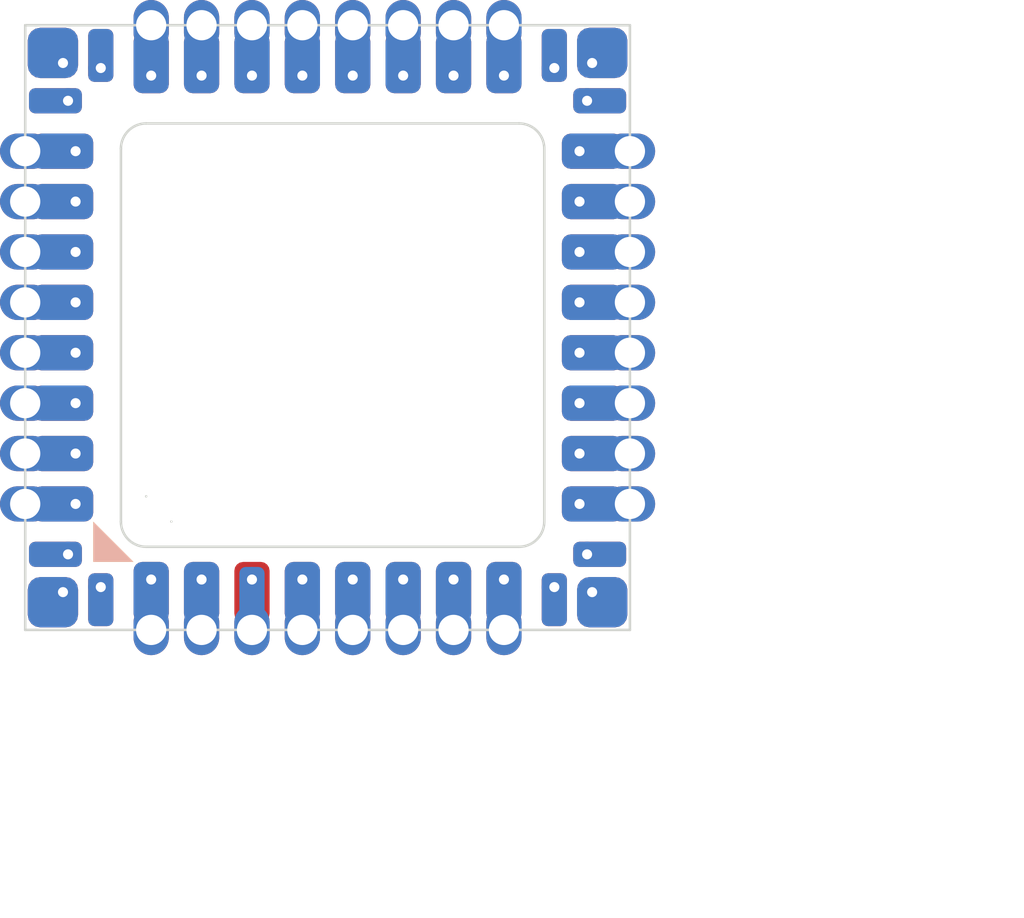
<source format=kicad_pcb>
(kicad_pcb (version 20211014) (generator pcbnew)
  (layers (0 "F.Cu" signal "L1 [TOP]") (31 "B.Cu" signal "L2 [BOT]") (34 "B.Paste" user "Bottom Paste") (35 "F.Paste" user "Top Paste") (36 "B.SilkS" user "Silkscreen [BOT]") (37 "F.SilkS" user "Silkscreen [TOP]") (38 "B.Mask" user "Soldermask [BOT]") (39 "F.Mask" user "Soldermask [TOP]") (44 "Edge.Cuts" user))
  (net 0 "")
  (footprint "" (layer "F.Cu") (at 142.501097 105.503598)
    (fp_text reference "" (at 0 0) (layer "F.SilkS") (effects (font (size 1.27 1.27))))
    (fp_text value "" (at 0 0) (layer "F.SilkS") (effects (font (size 1.27 1.27))))
    (pad "H" thru_hole oval (at 0 0 90) (size 0.7 1) (drill 0.6) (layers *.Cu *.Mask))
  )
  (footprint "" (layer "F.Cu") (at 150.001097 111.0036)
    (fp_text reference "" (at 0 0) (layer "F.SilkS") (effects (font (size 1.27 1.27))))
    (fp_text value "" (at 0 0) (layer "F.SilkS") (effects (font (size 1.27 1.27))))
    (pad "H" thru_hole oval (at 0 0 180) (size 0.7 1) (drill 0.6) (layers *.Cu *.Mask))
  )
  (footprint "" (layer "F.Cu") (at 154.501099 108.503597)
    (fp_text reference "" (at 0 0) (layer "F.SilkS") (effects (font (size 1.27 1.27))))
    (fp_text value "" (at 0 0) (layer "F.SilkS") (effects (font (size 1.27 1.27))))
    (pad "H" thru_hole oval (at 0 0 270) (size 0.7 1) (drill 0.6) (layers *.Cu *.Mask))
  )
  (footprint "" (layer "F.Cu") (at 154.501099 105.503595)
    (fp_text reference "" (at 0 0) (layer "F.SilkS") (effects (font (size 1.27 1.27))))
    (fp_text value "" (at 0 0) (layer "F.SilkS") (effects (font (size 1.27 1.27))))
    (pad "H" thru_hole oval (at 0 0 270) (size 0.7 1) (drill 0.6) (layers *.Cu *.Mask))
  )
  (footprint "" (layer "F.Cu") (at 142.501097 106.503598)
    (fp_text reference "" (at 0 0) (layer "F.SilkS") (effects (font (size 1.27 1.27))))
    (fp_text value "" (at 0 0) (layer "F.SilkS") (effects (font (size 1.27 1.27))))
    (pad "H" thru_hole oval (at 0 0 90) (size 0.7 1) (drill 0.6) (layers *.Cu *.Mask))
  )
  (footprint "" (layer "F.Cu") (at 142.501097 101.503595)
    (fp_text reference "" (at 0 0) (layer "F.SilkS") (effects (font (size 1.27 1.27))))
    (fp_text value "" (at 0 0) (layer "F.SilkS") (effects (font (size 1.27 1.27))))
    (pad "H" thru_hole oval (at 0 0 90) (size 0.7 1) (drill 0.6) (layers *.Cu *.Mask))
  )
  (footprint "E:_Biblioteki_MirFol_nowe_Pineberry_Lib.PcbLib_PCB_LGA40_120X120_P100" (layer "F.Cu") (at 148.476097 105.028595)
    (fp_text reference "MOD1" hide)
    (fp_text value "Comment" hide)
    (pad "1" smd roundrect locked (at -5.425 5.425005 180) (size 1 1) (layers "F.Cu" "F.Paste" "F.Mask"))
    (pad "2" smd roundrect locked (at -4.475 5.375005 180) (size 0.5 1.05) (layers "F.Cu" "F.Paste" "F.Mask"))
    (pad "3" smd roundrect locked (at -3.475 5.225003 180) (size 0.7 1.2) (layers "F.Cu" "F.Paste" "F.Mask"))
    (pad "4" smd roundrect locked (at -2.475 5.225003 180) (size 0.7 1.2) (layers "F.Cu" "F.Paste" "F.Mask"))
    (pad "5" smd roundrect locked (at -1.474998 5.225003 180) (size 0.7 1.2) (layers "F.Cu" "F.Paste" "F.Mask"))
    (pad "6" smd roundrect locked (at -0.474998 5.225003 180) (size 0.7 1.2) (layers "F.Cu" "F.Paste" "F.Mask"))
    (pad "7" smd roundrect locked (at 0.525003 5.225003 180) (size 0.7 1.2) (layers "F.Cu" "F.Paste" "F.Mask"))
    (pad "8" smd roundrect locked (at 1.525 5.225003 180) (size 0.7 1.2) (layers "F.Cu" "F.Paste" "F.Mask"))
    (pad "9" smd roundrect locked (at 2.525 5.225003 180) (size 0.7 1.2) (layers "F.Cu" "F.Paste" "F.Mask"))
    (pad "10" smd roundrect locked (at 3.525002 5.225003 180) (size 0.7 1.2) (layers "F.Cu" "F.Paste" "F.Mask"))
    (pad "11" smd roundrect locked (at 4.525 5.375005 180) (size 0.5 1.05) (layers "F.Cu" "F.Paste" "F.Mask"))
    (pad "12" smd roundrect locked (at 5.475 5.425005) (size 1 1) (layers "F.Cu" "F.Paste" "F.Mask"))
    (pad "13" smd roundrect locked (at 5.425 4.475002 270) (size 0.5 1.05) (layers "F.Cu" "F.Paste" "F.Mask"))
    (pad "14" smd roundrect locked (at 5.275 3.475002 270) (size 0.7 1.2) (layers "F.Cu" "F.Paste" "F.Mask"))
    (pad "15" smd roundrect locked (at 5.275 2.475001 270) (size 0.7 1.2) (layers "F.Cu" "F.Paste" "F.Mask"))
    (pad "16" smd roundrect locked (at 5.275 1.475003 270) (size 0.7 1.2) (layers "F.Cu" "F.Paste" "F.Mask"))
    (pad "17" smd roundrect locked (at 5.275 0.475 270) (size 0.7 1.2) (layers "F.Cu" "F.Paste" "F.Mask"))
    (pad "18" smd roundrect locked (at 5.275 -0.525 270) (size 0.7 1.2) (layers "F.Cu" "F.Paste" "F.Mask"))
    (pad "19" smd roundrect locked (at 5.275 -1.525001 270) (size 0.7 1.2) (layers "F.Cu" "F.Paste" "F.Mask"))
    (pad "20" smd roundrect locked (at 5.275 -2.524999 270) (size 0.7 1.2) (layers "F.Cu" "F.Paste" "F.Mask"))
    (pad "21" smd roundrect locked (at 5.275 -3.525 270) (size 0.7 1.2) (layers "F.Cu" "F.Paste" "F.Mask"))
    (pad "22" smd roundrect locked (at 5.425 -4.524998 270) (size 0.5 1.05) (layers "F.Cu" "F.Paste" "F.Mask"))
    (pad "23" smd roundrect locked (at 5.475 -5.474995 90) (size 1 1) (layers "F.Cu" "F.Paste" "F.Mask"))
    (pad "24" smd roundrect locked (at 4.525 -5.424995) (size 0.5 1.05) (layers "F.Cu" "F.Paste" "F.Mask"))
    (pad "25" smd roundrect locked (at 3.525002 -5.274999) (size 0.7 1.2) (layers "F.Cu" "F.Paste" "F.Mask"))
    (pad "26" smd roundrect locked (at 2.525 -5.274999) (size 0.7 1.2) (layers "F.Cu" "F.Paste" "F.Mask"))
    (pad "27" smd roundrect locked (at 1.525003 -5.274999) (size 0.7 1.2) (layers "F.Cu" "F.Paste" "F.Mask"))
    (pad "28" smd roundrect locked (at 0.525 -5.274999) (size 0.7 1.2) (layers "F.Cu" "F.Paste" "F.Mask"))
    (pad "29" smd roundrect locked (at -0.475 -5.274999) (size 0.7 1.2) (layers "F.Cu" "F.Paste" "F.Mask"))
    (pad "30" smd roundrect locked (at -1.475 -5.274999) (size 0.7 1.2) (layers "F.Cu" "F.Paste" "F.Mask"))
    (pad "31" smd roundrect locked (at -2.475 -5.274999) (size 0.7 1.2) (layers "F.Cu" "F.Paste" "F.Mask"))
    (pad "32" smd roundrect locked (at -3.475 -5.274999) (size 0.7 1.2) (layers "F.Cu" "F.Paste" "F.Mask"))
    (pad "33" smd roundrect locked (at -4.475 -5.424995) (size 0.5 1.05) (layers "F.Cu" "F.Paste" "F.Mask"))
    (pad "34" smd roundrect locked (at -5.425 -5.474995 180) (size 1 1) (layers "F.Cu" "F.Paste" "F.Mask"))
    (pad "35" smd roundrect locked (at -5.375 -4.524998 90) (size 0.5 1.05) (layers "F.Cu" "F.Paste" "F.Mask"))
    (pad "36" smd roundrect locked (at -5.224998 -3.525 90) (size 0.7 1.2) (layers "F.Cu" "F.Paste" "F.Mask"))
    (pad "37" smd roundrect locked (at -5.224998 -2.524999 90) (size 0.7 1.2) (layers "F.Cu" "F.Paste" "F.Mask"))
    (pad "38" smd roundrect locked (at -5.224998 -1.525001 90) (size 0.7 1.2) (layers "F.Cu" "F.Paste" "F.Mask"))
    (pad "39" smd roundrect locked (at -5.224998 -0.524998 90) (size 0.7 1.2) (layers "F.Cu" "F.Paste" "F.Mask"))
    (pad "40" smd roundrect locked (at -5.224998 0.475003 90) (size 0.7 1.2) (layers "F.Cu" "F.Paste" "F.Mask"))
    (pad "41" smd roundrect locked (at -5.224998 1.475003 90) (size 0.7 1.2) (layers "F.Cu" "F.Paste" "F.Mask"))
    (pad "42" smd roundrect locked (at -5.224998 2.475001 90) (size 0.7 1.2) (layers "F.Cu" "F.Paste" "F.Mask"))
    (pad "43" smd roundrect locked (at -5.224998 3.475002 90) (size 0.7 1.2) (layers "F.Cu" "F.Paste" "F.Mask"))
    (pad "44" smd roundrect locked (at -5.375 4.475002 90) (size 0.5 1.05) (layers "F.Cu" "F.Paste" "F.Mask"))
  )
  (footprint "" (layer "F.Cu") (at 142.501097 107.503596)
    (fp_text reference "" (at 0 0) (layer "F.SilkS") (effects (font (size 1.27 1.27))))
    (fp_text value "" (at 0 0) (layer "F.SilkS") (effects (font (size 1.27 1.27))))
    (pad "H" thru_hole oval (at 0 0 90) (size 0.7 1) (drill 0.6) (layers *.Cu *.Mask))
  )
  (footprint "" (layer "F.Cu") (at 142.501097 102.503596)
    (fp_text reference "" (at 0 0) (layer "F.SilkS") (effects (font (size 1.27 1.27))))
    (fp_text value "" (at 0 0) (layer "F.SilkS") (effects (font (size 1.27 1.27))))
    (pad "H" thru_hole oval (at 0 0 90) (size 0.7 1) (drill 0.6) (layers *.Cu *.Mask))
  )
  (footprint "" (layer "F.Cu") (at 154.501099 104.503595)
    (fp_text reference "" (at 0 0) (layer "F.SilkS") (effects (font (size 1.27 1.27))))
    (fp_text value "" (at 0 0) (layer "F.SilkS") (effects (font (size 1.27 1.27))))
    (pad "H" thru_hole oval (at 0 0 270) (size 0.7 1) (drill 0.6) (layers *.Cu *.Mask))
  )
  (footprint "" (layer "F.Cu") (at 145.001097 99.003595)
    (fp_text reference "" (at 0 0) (layer "F.SilkS") (effects (font (size 1.27 1.27))))
    (fp_text value "" (at 0 0) (layer "F.SilkS") (effects (font (size 1.27 1.27))))
    (pad "H" thru_hole oval (at 0 0) (size 0.7 1) (drill 0.6) (layers *.Cu *.Mask))
  )
  (footprint "" (layer "F.Cu") (at 148.601097 108.8536)
    (fp_text reference "" (at 0 0) (layer "F.SilkS") (effects (font (size 1.27 1.27))))
    (fp_text value "" (at 0 0) (layer "F.SilkS") (effects (font (size 1.27 1.27))))
    (pad "H" np_thru_hole circle (at 0 0 180) (size 0 0) (drill oval 8.4 1) (layers F&B.Cu *.Mask))
  )
  (footprint "" (layer "F.Cu") (at 154.501099 107.503596)
    (fp_text reference "" (at 0 0) (layer "F.SilkS") (effects (font (size 1.27 1.27))))
    (fp_text value "" (at 0 0) (layer "F.SilkS") (effects (font (size 1.27 1.27))))
    (pad "H" thru_hole oval (at 0 0 270) (size 0.7 1) (drill 0.6) (layers *.Cu *.Mask))
  )
  (footprint "" (layer "F.Cu") (at 148.001097 99.003595)
    (fp_text reference "" (at 0 0) (layer "F.SilkS") (effects (font (size 1.27 1.27))))
    (fp_text value "" (at 0 0) (layer "F.SilkS") (effects (font (size 1.27 1.27))))
    (pad "H" thru_hole oval (at 0 0) (size 0.7 1) (drill 0.6) (layers *.Cu *.Mask))
  )
  (footprint "" (layer "F.Cu") (at 149.0011 111.0036)
    (fp_text reference "" (at 0 0) (layer "F.SilkS") (effects (font (size 1.27 1.27))))
    (fp_text value "" (at 0 0) (layer "F.SilkS") (effects (font (size 1.27 1.27))))
    (pad "H" thru_hole oval (at 0 0 180) (size 0.7 1) (drill 0.6) (layers *.Cu *.Mask))
  )
  (footprint "" (layer "F.Cu") (at 152.001099 111.0036)
    (fp_text reference "" (at 0 0) (layer "F.SilkS") (effects (font (size 1.27 1.27))))
    (fp_text value "" (at 0 0) (layer "F.SilkS") (effects (font (size 1.27 1.27))))
    (pad "H" thru_hole oval (at 0 0 180) (size 0.7 1) (drill 0.6) (layers *.Cu *.Mask))
  )
  (footprint "" (layer "F.Cu") (at 142.501097 108.503597)
    (fp_text reference "" (at 0 0) (layer "F.SilkS") (effects (font (size 1.27 1.27))))
    (fp_text value "" (at 0 0) (layer "F.SilkS") (effects (font (size 1.27 1.27))))
    (pad "H" thru_hole oval (at 0 0 90) (size 0.7 1) (drill 0.6) (layers *.Cu *.Mask))
  )
  (footprint "" (layer "F.Cu") (at 146.001097 99.003595)
    (fp_text reference "" (at 0 0) (layer "F.SilkS") (effects (font (size 1.27 1.27))))
    (fp_text value "" (at 0 0) (layer "F.SilkS") (effects (font (size 1.27 1.27))))
    (pad "H" thru_hole oval (at 0 0) (size 0.7 1) (drill 0.6) (layers *.Cu *.Mask))
  )
  (footprint "" (layer "F.Cu") (at 148.601097 101.4536)
    (fp_text reference "" (at 0 0) (layer "F.SilkS") (effects (font (size 1.27 1.27))))
    (fp_text value "" (at 0 0) (layer "F.SilkS") (effects (font (size 1.27 1.27))))
    (pad "H" np_thru_hole circle (at 0 0 180) (size 0 0) (drill oval 8.4 1) (layers F&B.Cu *.Mask))
  )
  (footprint "" (layer "F.Cu") (at 149.001097 99.003595)
    (fp_text reference "" (at 0 0) (layer "F.SilkS") (effects (font (size 1.27 1.27))))
    (fp_text value "" (at 0 0) (layer "F.SilkS") (effects (font (size 1.27 1.27))))
    (pad "H" thru_hole oval (at 0 0) (size 0.7 1) (drill 0.6) (layers *.Cu *.Mask))
  )
  (footprint "" (layer "F.Cu") (at 152.301097 105.153598)
    (fp_text reference "" (at 0 0) (layer "F.SilkS") (effects (font (size 1.27 1.27))))
    (fp_text value "" (at 0 0) (layer "F.SilkS") (effects (font (size 1.27 1.27))))
    (pad "H" np_thru_hole circle (at 0 0 90) (size 0 0) (drill oval 8.4 1) (layers F&B.Cu *.Mask))
  )
  (footprint "" (layer "F.Cu") (at 148.001099 111.0036)
    (fp_text reference "" (at 0 0) (layer "F.SilkS") (effects (font (size 1.27 1.27))))
    (fp_text value "" (at 0 0) (layer "F.SilkS") (effects (font (size 1.27 1.27))))
    (pad "H" thru_hole oval (at 0 0 180) (size 0.7 1) (drill 0.6) (layers *.Cu *.Mask))
  )
  (footprint "" (layer "F.Cu") (at 150.0011 99.003595)
    (fp_text reference "" (at 0 0) (layer "F.SilkS") (effects (font (size 1.27 1.27))))
    (fp_text value "" (at 0 0) (layer "F.SilkS") (effects (font (size 1.27 1.27))))
    (pad "H" thru_hole oval (at 0 0) (size 0.7 1) (drill 0.6) (layers *.Cu *.Mask))
  )
  (footprint "" (layer "F.Cu") (at 144.901097 105.1536)
    (fp_text reference "" (at 0 0) (layer "F.SilkS") (effects (font (size 1.27 1.27))))
    (fp_text value "" (at 0 0) (layer "F.SilkS") (effects (font (size 1.27 1.27))))
    (pad "H" np_thru_hole circle (at 0 0 270) (size 0 0) (drill oval 8.4 1) (layers F&B.Cu *.Mask))
  )
  (footprint "" (layer "F.Cu") (at 154.501099 102.503596)
    (fp_text reference "" (at 0 0) (layer "F.SilkS") (effects (font (size 1.27 1.27))))
    (fp_text value "" (at 0 0) (layer "F.SilkS") (effects (font (size 1.27 1.27))))
    (pad "H" thru_hole oval (at 0 0 270) (size 0.7 1) (drill 0.6) (layers *.Cu *.Mask))
  )
  (footprint "" (layer "F.Cu") (at 142.501097 104.503597)
    (fp_text reference "" (at 0 0) (layer "F.SilkS") (effects (font (size 1.27 1.27))))
    (fp_text value "" (at 0 0) (layer "F.SilkS") (effects (font (size 1.27 1.27))))
    (pad "H" thru_hole oval (at 0 0 90) (size 0.7 1) (drill 0.6) (layers *.Cu *.Mask))
  )
  (footprint "" (layer "F.Cu") (at 145.001097 111.0036)
    (fp_text reference "" (at 0 0) (layer "F.SilkS") (effects (font (size 1.27 1.27))))
    (fp_text value "" (at 0 0) (layer "F.SilkS") (effects (font (size 1.27 1.27))))
    (pad "H" thru_hole oval (at 0 0 180) (size 0.7 1) (drill 0.6) (layers *.Cu *.Mask))
  )
  (footprint "" (layer "F.Cu") (at 147.001097 99.003595)
    (fp_text reference "" (at 0 0) (layer "F.SilkS") (effects (font (size 1.27 1.27))))
    (fp_text value "" (at 0 0) (layer "F.SilkS") (effects (font (size 1.27 1.27))))
    (pad "H" thru_hole oval (at 0 0) (size 0.7 1) (drill 0.6) (layers *.Cu *.Mask))
  )
  (footprint "" (layer "F.Cu") (at 154.501099 103.503594)
    (fp_text reference "" (at 0 0) (layer "F.SilkS") (effects (font (size 1.27 1.27))))
    (fp_text value "" (at 0 0) (layer "F.SilkS") (effects (font (size 1.27 1.27))))
    (pad "H" thru_hole oval (at 0 0 270) (size 0.7 1) (drill 0.6) (layers *.Cu *.Mask))
  )
  (footprint "" (layer "F.Cu") (at 146.001097 111.0036)
    (fp_text reference "" (at 0 0) (layer "F.SilkS") (effects (font (size 1.27 1.27))))
    (fp_text value "" (at 0 0) (layer "F.SilkS") (effects (font (size 1.27 1.27))))
    (pad "H" thru_hole oval (at 0 0 180) (size 0.7 1) (drill 0.6) (layers *.Cu *.Mask))
  )
  (footprint "" (layer "F.Cu") (at 152.001099 99.003595)
    (fp_text reference "" (at 0 0) (layer "F.SilkS") (effects (font (size 1.27 1.27))))
    (fp_text value "" (at 0 0) (layer "F.SilkS") (effects (font (size 1.27 1.27))))
    (pad "H" thru_hole oval (at 0 0) (size 0.7 1) (drill 0.6) (layers *.Cu *.Mask))
  )
  (footprint "" (layer "F.Cu") (at 151.001097 111.0036)
    (fp_text reference "" (at 0 0) (layer "F.SilkS") (effects (font (size 1.27 1.27))))
    (fp_text value "" (at 0 0) (layer "F.SilkS") (effects (font (size 1.27 1.27))))
    (pad "H" thru_hole oval (at 0 0 180) (size 0.7 1) (drill 0.6) (layers *.Cu *.Mask))
  )
  (footprint "" (layer "F.Cu") (at 147.001099 111.0036)
    (fp_text reference "" (at 0 0) (layer "F.SilkS") (effects (font (size 1.27 1.27))))
    (fp_text value "" (at 0 0) (layer "F.SilkS") (effects (font (size 1.27 1.27))))
    (pad "H" thru_hole oval (at 0 0 180) (size 0.7 1) (drill 0.6) (layers *.Cu *.Mask))
  )
  (footprint "" (layer "F.Cu") (at 154.501099 106.503598)
    (fp_text reference "" (at 0 0) (layer "F.SilkS") (effects (font (size 1.27 1.27))))
    (fp_text value "" (at 0 0) (layer "F.SilkS") (effects (font (size 1.27 1.27))))
    (pad "H" thru_hole oval (at 0 0 270) (size 0.7 1) (drill 0.6) (layers *.Cu *.Mask))
  )
  (footprint "" (layer "F.Cu") (at 142.501097 103.503594)
    (fp_text reference "" (at 0 0) (layer "F.SilkS") (effects (font (size 1.27 1.27))))
    (fp_text value "" (at 0 0) (layer "F.SilkS") (effects (font (size 1.27 1.27))))
    (pad "H" thru_hole oval (at 0 0 90) (size 0.7 1) (drill 0.6) (layers *.Cu *.Mask))
  )
  (footprint "" (layer "F.Cu") (at 154.501099 101.503595)
    (fp_text reference "" (at 0 0) (layer "F.SilkS") (effects (font (size 1.27 1.27))))
    (fp_text value "" (at 0 0) (layer "F.SilkS") (effects (font (size 1.27 1.27))))
    (pad "H" thru_hole oval (at 0 0 270) (size 0.7 1) (drill 0.6) (layers *.Cu *.Mask))
  )
  (footprint "" (layer "F.Cu") (at 151.001097 99.003595)
    (fp_text reference "" (at 0 0) (layer "F.SilkS") (effects (font (size 1.27 1.27))))
    (fp_text value "" (at 0 0) (layer "F.SilkS") (effects (font (size 1.27 1.27))))
    (pad "H" thru_hole oval (at 0 0) (size 0.7 1) (drill 0.6) (layers *.Cu *.Mask))
  )
  (footprint "E:_Biblioteki_MirFol_nowe_Pineberry_Lib.PcbLib_PCB_LGA40_120X120_P100" (layer "B.Cu") (at 148.476097 105.028595)
    (fp_text reference "MOD2" hide)
    (fp_text value "Comment" hide)
    (pad "1" smd roundrect locked (at -5.425 5.425005 180) (size 1 1) (layers "B.Cu" "B.Paste" "B.Mask"))
    (pad "2" smd roundrect locked (at -4.475 5.375005 180) (size 0.5 1.05) (layers "B.Cu" "B.Paste" "B.Mask"))
    (pad "3" smd roundrect locked (at -3.475 5.225003 180) (size 0.7 1.2) (layers "B.Cu" "B.Paste" "B.Mask"))
    (pad "4" smd roundrect locked (at -2.475 5.225003 180) (size 0.7 1.2) (layers "B.Cu" "B.Paste" "B.Mask"))
    (pad "5" smd roundrect locked (at -1.474998 5.225003 180) (size 0.5 1) (layers "B.Cu" "B.Paste" "B.Mask"))
    (pad "6" smd roundrect locked (at -0.474998 5.225003 180) (size 0.7 1.2) (layers "B.Cu" "B.Paste" "B.Mask"))
    (pad "7" smd roundrect locked (at 0.525003 5.225003 180) (size 0.7 1.2) (layers "B.Cu" "B.Paste" "B.Mask"))
    (pad "8" smd roundrect locked (at 1.525 5.225003 180) (size 0.7 1.2) (layers "B.Cu" "B.Paste" "B.Mask"))
    (pad "9" smd roundrect locked (at 2.525 5.225003 180) (size 0.7 1.2) (layers "B.Cu" "B.Paste" "B.Mask"))
    (pad "10" smd roundrect locked (at 3.525002 5.225003 180) (size 0.7 1.2) (layers "B.Cu" "B.Paste" "B.Mask"))
    (pad "11" smd roundrect locked (at 4.525 5.375005 180) (size 0.5 1.05) (layers "B.Cu" "B.Paste" "B.Mask"))
    (pad "12" smd roundrect locked (at 5.475 5.425005) (size 1 1) (layers "B.Cu" "B.Paste" "B.Mask"))
    (pad "13" smd roundrect locked (at 5.425 4.475002 270) (size 0.5 1.05) (layers "B.Cu" "B.Paste" "B.Mask"))
    (pad "14" smd roundrect locked (at 5.275 3.475002 270) (size 0.7 1.2) (layers "B.Cu" "B.Paste" "B.Mask"))
    (pad "15" smd roundrect locked (at 5.275 2.475001 270) (size 0.7 1.2) (layers "B.Cu" "B.Paste" "B.Mask"))
    (pad "16" smd roundrect locked (at 5.275 1.475003 270) (size 0.7 1.2) (layers "B.Cu" "B.Paste" "B.Mask"))
    (pad "17" smd roundrect locked (at 5.275 0.475 270) (size 0.7 1.2) (layers "B.Cu" "B.Paste" "B.Mask"))
    (pad "18" smd roundrect locked (at 5.275 -0.525 270) (size 0.7 1.2) (layers "B.Cu" "B.Paste" "B.Mask"))
    (pad "19" smd roundrect locked (at 5.275 -1.525001 270) (size 0.7 1.2) (layers "B.Cu" "B.Paste" "B.Mask"))
    (pad "20" smd roundrect locked (at 5.275 -2.524999 270) (size 0.7 1.2) (layers "B.Cu" "B.Paste" "B.Mask"))
    (pad "21" smd roundrect locked (at 5.275 -3.525 270) (size 0.7 1.2) (layers "B.Cu" "B.Paste" "B.Mask"))
    (pad "22" smd roundrect locked (at 5.425 -4.524998 270) (size 0.5 1.05) (layers "B.Cu" "B.Paste" "B.Mask"))
    (pad "23" smd roundrect locked (at 5.475 -5.474995 90) (size 1 1) (layers "B.Cu" "B.Paste" "B.Mask"))
    (pad "24" smd roundrect locked (at 4.525 -5.424995) (size 0.5 1.05) (layers "B.Cu" "B.Paste" "B.Mask"))
    (pad "25" smd roundrect locked (at 3.525002 -5.274999) (size 0.7 1.2) (layers "B.Cu" "B.Paste" "B.Mask"))
    (pad "26" smd roundrect locked (at 2.525 -5.274999) (size 0.7 1.2) (layers "B.Cu" "B.Paste" "B.Mask"))
    (pad "27" smd roundrect locked (at 1.525003 -5.274999) (size 0.7 1.2) (layers "B.Cu" "B.Paste" "B.Mask"))
    (pad "28" smd roundrect locked (at 0.525 -5.274999) (size 0.7 1.2) (layers "B.Cu" "B.Paste" "B.Mask"))
    (pad "29" smd roundrect locked (at -0.475 -5.274999) (size 0.7 1.2) (layers "B.Cu" "B.Paste" "B.Mask"))
    (pad "30" smd roundrect locked (at -1.475 -5.274999) (size 0.7 1.2) (layers "B.Cu" "B.Paste" "B.Mask"))
    (pad "31" smd roundrect locked (at -2.475 -5.274999) (size 0.7 1.2) (layers "B.Cu" "B.Paste" "B.Mask"))
    (pad "32" smd roundrect locked (at -3.475 -5.274999) (size 0.7 1.2) (layers "B.Cu" "B.Paste" "B.Mask"))
    (pad "33" smd roundrect locked (at -4.475 -5.424995) (size 0.5 1.05) (layers "B.Cu" "B.Paste" "B.Mask"))
    (pad "34" smd roundrect locked (at -5.425 -5.474995 180) (size 1 1) (layers "B.Cu" "B.Paste" "B.Mask"))
    (pad "35" smd roundrect locked (at -5.375 -4.524998 90) (size 0.5 1.05) (layers "B.Cu" "B.Paste" "B.Mask"))
    (pad "36" smd roundrect locked (at -5.224998 -3.525 90) (size 0.7 1.2) (layers "B.Cu" "B.Paste" "B.Mask"))
    (pad "37" smd roundrect locked (at -5.224998 -2.524999 90) (size 0.7 1.2) (layers "B.Cu" "B.Paste" "B.Mask"))
    (pad "38" smd roundrect locked (at -5.224998 -1.525001 90) (size 0.7 1.2) (layers "B.Cu" "B.Paste" "B.Mask"))
    (pad "39" smd roundrect locked (at -5.224998 -0.524998 90) (size 0.7 1.2) (layers "B.Cu" "B.Paste" "B.Mask"))
    (pad "40" smd roundrect locked (at -5.224998 0.475003 90) (size 0.7 1.2) (layers "B.Cu" "B.Paste" "B.Mask"))
    (pad "41" smd roundrect locked (at -5.224998 1.475003 90) (size 0.7 1.2) (layers "B.Cu" "B.Paste" "B.Mask"))
    (pad "42" smd roundrect locked (at -5.224998 2.475001 90) (size 0.7 1.2) (layers "B.Cu" "B.Paste" "B.Mask"))
    (pad "43" smd roundrect locked (at -5.224998 3.475002 90) (size 0.7 1.2) (layers "B.Cu" "B.Paste" "B.Mask"))
    (pad "44" smd roundrect locked (at -5.375 4.475002 90) (size 0.5 1.05) (layers "B.Cu" "B.Paste" "B.Mask"))
  )
  (gr_poly (pts (xy 143.8511 109.6536) (xy 144.651101 109.6536) (xy 143.8511 108.8536)) (layer "B.SilkS") (width 0) (fill solid))
  (gr_poly (pts (xy 143.8511 109.6536) (xy 144.651101 109.6536) (xy 143.8511 108.8536)) (layer "F.SilkS") (width 0) (fill solid))
  (gr_line (start 154.501099 111.0036) (end 142.5011 111.0036) (layer "Edge.Cuts") (width 0.05))
  (gr_line (start 145.401477 108.8536) (end 145.401478 108.8536) (layer "Edge.Cuts") (width 0.05))
  (gr_line (start 152.301097 109.353979) (end 144.901097 109.35398) (layer "Edge.Cuts") (width 0.05))
  (gr_arc (start 144.400717 101.453601) (mid 144.547275 101.099779) (end 144.901097 100.953221) (layer "Edge.Cuts") (width 0.05))
  (gr_line (start 144.901097 100.953221) (end 152.301097 100.95322) (layer "Edge.Cuts") (width 0.05))
  (gr_line (start 142.5011 111.0036) (end 142.5011 99.0036) (layer "Edge.Cuts") (width 0.05))
  (gr_line (start 142.5011 99.0036) (end 154.501099 99.0036) (layer "Edge.Cuts") (width 0.05))
  (gr_line (start 144.400718 101.4536) (end 144.400717 108.8536) (layer "Edge.Cuts") (width 0.05))
  (gr_line (start 144.901097 108.35322) (end 144.901097 108.353219) (layer "Edge.Cuts") (width 0.05))
  (gr_line (start 152.801478 108.8536) (end 152.801477 101.4536) (layer "Edge.Cuts") (width 0.05))
  (gr_arc (start 144.901097 109.35398) (mid 144.547275 109.207422) (end 144.400717 108.8536) (layer "Edge.Cuts") (width 0.05))
  (gr_arc (start 152.801477 108.8536) (mid 152.654919 109.207422) (end 152.301097 109.353979) (layer "Edge.Cuts") (width 0.05))
  (gr_arc (start 152.301097 100.95322) (mid 152.654919 101.099778) (end 152.801477 101.4536) (layer "Edge.Cuts") (width 0.05))
  (gr_line (start 154.501099 99.0036) (end 154.501099 111.0036) (layer "Edge.Cuts") (width 0.05))
  (via (at 150.0011 110.0036) (size 0.5) (drill 0.2) (layers "F.Cu" "B.Cu") (net 0))
  (via (at 143.501097 105.503598) (size 0.5) (drill 0.2) (layers "F.Cu" "B.Cu") (net 0))
  (via (at 153.501099 102.503596) (size 0.5) (drill 0.2) (layers "F.Cu" "B.Cu") (net 0))
  (via (at 145.001097 100.003596) (size 0.5) (drill 0.2) (layers "F.Cu" "B.Cu") (net 0))
  (via (at 148.001099 110.0036) (size 0.5) (drill 0.2) (layers "F.Cu" "B.Cu") (net 0))
  (via (at 153.0011 110.153598) (size 0.5) (drill 0.2) (layers "F.Cu" "B.Cu") (net 0))
  (via (at 153.501099 101.503595) (size 0.5) (drill 0.2) (layers "F.Cu" "B.Cu") (net 0))
  (via (at 153.651101 100.503595) (size 0.5) (drill 0.2) (layers "F.Cu" "B.Cu") (net 0))
  (via (at 153.651101 109.503595) (size 0.5) (drill 0.2) (layers "F.Cu" "B.Cu") (net 0))
  (via (at 149.0011 110.0036) (size 0.5) (drill 0.2) (layers "F.Cu" "B.Cu") (net 0))
  (via (at 152.001099 110.0036) (size 0.5) (drill 0.2) (layers "F.Cu" "B.Cu") (net 0))
  (via (at 153.501099 106.503598) (size 0.5) (drill 0.2) (layers "F.Cu" "B.Cu") (net 0))
  (via (at 144.0011 110.153598) (size 0.5) (drill 0.2) (layers "F.Cu" "B.Cu") (net 0))
  (via (at 143.501097 101.503595) (size 0.5) (drill 0.2) (layers "F.Cu" "B.Cu") (net 0))
  (via (at 153.501099 108.503597) (size 0.5) (drill 0.2) (layers "F.Cu" "B.Cu") (net 0))
  (via (at 153.501099 104.503595) (size 0.5) (drill 0.2) (layers "F.Cu" "B.Cu") (net 0))
  (via (at 143.501097 107.503596) (size 0.5) (drill 0.2) (layers "F.Cu" "B.Cu") (net 0))
  (via (at 146.001097 100.003596) (size 0.5) (drill 0.2) (layers "F.Cu" "B.Cu") (net 0))
  (via (at 149.0011 100.003596) (size 0.5) (drill 0.2) (layers "F.Cu" "B.Cu") (net 0))
  (via (at 153.001094 99.853594) (size 0.5) (drill 0.2) (layers "F.Cu" "B.Cu") (net 0))
  (via (at 143.351097 109.5036) (size 0.5) (drill 0.2) (layers "F.Cu" "B.Cu") (net 0))
  (via (at 153.751097 99.753591) (size 0.5) (drill 0.2) (layers "F.Cu" "B.Cu") (net 0))
  (via (at 146.001097 110.0036) (size 0.5) (drill 0.2) (layers "F.Cu" "B.Cu") (net 0))
  (via (at 143.501097 108.503597) (size 0.5) (drill 0.2) (layers "F.Cu" "B.Cu") (net 0))
  (via (at 143.501097 104.503595) (size 0.5) (drill 0.2) (layers "F.Cu" "B.Cu") (net 0))
  (via (at 152.001099 100.003596) (size 0.5) (drill 0.2) (layers "F.Cu" "B.Cu") (net 0))
  (via (at 143.251097 99.753596) (size 0.5) (drill 0.2) (layers "F.Cu" "B.Cu") (net 0))
  (via (at 147.001099 110.0036) (size 0.5) (drill 0.2) (layers "F.Cu" "B.Cu") (net 0))
  (via (at 143.501097 106.503598) (size 0.5) (drill 0.2) (layers "F.Cu" "B.Cu") (net 0))
  (via (at 143.501097 103.503594) (size 0.5) (drill 0.2) (layers "F.Cu" "B.Cu") (net 0))
  (via (at 143.351097 100.5036) (size 0.5) (drill 0.2) (layers "F.Cu" "B.Cu") (net 0))
  (via (at 153.501099 105.503598) (size 0.5) (drill 0.2) (layers "F.Cu" "B.Cu") (net 0))
  (via (at 145.001097 110.0036) (size 0.5) (drill 0.2) (layers "F.Cu" "B.Cu") (net 0))
  (via (at 151.001097 100.003596) (size 0.5) (drill 0.2) (layers "F.Cu" "B.Cu") (net 0))
  (via (at 151.001097 110.0036) (size 0.5) (drill 0.2) (layers "F.Cu" "B.Cu") (net 0))
  (via (at 153.501099 107.503596) (size 0.5) (drill 0.2) (layers "F.Cu" "B.Cu") (net 0))
  (via (at 144.001095 99.853594) (size 0.5) (drill 0.2) (layers "F.Cu" "B.Cu") (net 0))
  (via (at 148.001097 100.003596) (size 0.5) (drill 0.2) (layers "F.Cu" "B.Cu") (net 0))
  (via (at 153.501099 103.503594) (size 0.5) (drill 0.2) (layers "F.Cu" "B.Cu") (net 0))
  (via (at 147.001097 100.003596) (size 0.5) (drill 0.2) (layers "F.Cu" "B.Cu") (net 0))
  (via (at 150.0011 100.003596) (size 0.5) (drill 0.2) (layers "F.Cu" "B.Cu") (net 0))
  (via (at 143.251099 110.2536) (size 0.5) (drill 0.2) (layers "F.Cu" "B.Cu") (net 0))
  (via (at 153.751101 110.253596) (size 0.5) (drill 0.2) (layers "F.Cu" "B.Cu") (net 0))
  (via (at 143.501097 102.503596) (size 0.5) (drill 0.2) (layers "F.Cu" "B.Cu") (net 0))
)
</source>
